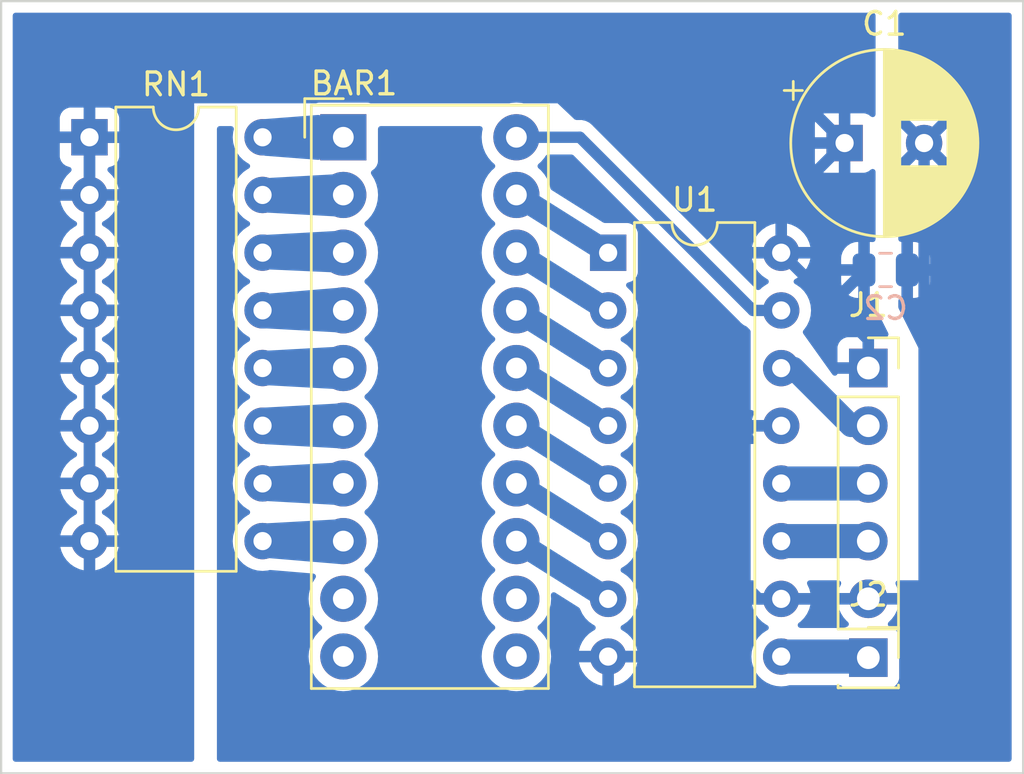
<source format=kicad_pcb>
(kicad_pcb (version 20211014) (generator pcbnew)
  (layers (0 "F.Cu" signal) (31 "B.Cu" signal) (34 "B.Paste" user) (35 "F.Paste" user) (36 "B.SilkS" user "B.Silkscreen") (37 "F.SilkS" user "F.Silkscreen") (38 "B.Mask" user) (39 "F.Mask" user) (44 "Edge.Cuts" user))
  (net 0 "")
  (net 1 "Net-(BAR1-Pad1)")
  (net 2 "Net-(BAR1-Pad2)")
  (net 3 "Net-(BAR1-Pad3)")
  (net 4 "Net-(BAR1-Pad4)")
  (net 5 "Net-(BAR1-Pad5)")
  (net 6 "Net-(BAR1-Pad6)")
  (net 7 "Net-(BAR1-Pad7)")
  (net 8 "Net-(BAR1-Pad8)")
  (net 13 "GND")
  (net 14 "VCC")
  (net 15 "Net-(J1-Pad2)")
  (net 16 "Net-(J1-Pad3)")
  (net 17 "Net-(J1-Pad4)")
  (net 18 "Net-(BAR1-Pad13)")
  (net 19 "Net-(BAR1-Pad14)")
  (net 20 "Net-(BAR1-Pad15)")
  (net 21 "Net-(BAR1-Pad16)")
  (net 22 "Net-(BAR1-Pad17)")
  (net 23 "Net-(BAR1-Pad18)")
  (net 24 "Net-(BAR1-Pad19)")
  (net 25 "Net-(BAR1-Pad20)")
  (net 26 "Net-(J2-Pad1)")
  (footprint "Connector_PinSocket_2.54mm:PinSocket_1x05_P2.54mm_Vertical" (layer "F.Cu") (at 170.1802 89.1542)
    (fp_text reference "J1" (at 0 -2.77) (layer "F.SilkS"))
    (fp_text value "Conn_01x05")
    (fp_line (start 1.33 -1.33) (end 1.33 0) (layer "F.SilkS") (width 0.12))
    (fp_line (start -1.33 1.27) (end 1.33 1.27) (layer "F.SilkS") (width 0.12))
    (fp_line (start -1.33 1.27) (end -1.33 11.49) (layer "F.SilkS") (width 0.12))
    (fp_line (start 1.33 1.27) (end 1.33 11.49) (layer "F.SilkS") (width 0.12))
    (fp_line (start 0 -1.33) (end 1.33 -1.33) (layer "F.SilkS") (width 0.12))
    (fp_line (start -1.33 11.49) (end 1.33 11.49) (layer "F.SilkS") (width 0.12))
    (pad "1" thru_hole rect (at 0 0) (size 1.7 1.7) (drill 1) (layers *.Cu *.Mask) (net 14 "VCC"))
    (pad "2" thru_hole oval (at 0 2.54) (size 1.7 1.7) (drill 1) (layers *.Cu *.Mask) (net 15 "Net-(J1-Pad2)"))
    (pad "3" thru_hole oval (at 0 5.08) (size 1.7 1.7) (drill 1) (layers *.Cu *.Mask) (net 16 "Net-(J1-Pad3)"))
    (pad "4" thru_hole oval (at 0 7.62) (size 1.7 1.7) (drill 1) (layers *.Cu *.Mask) (net 17 "Net-(J1-Pad4)"))
    (pad "5" thru_hole oval (at 0 10.16) (size 1.7 1.7) (drill 1) (layers *.Cu *.Mask) (net 13 "GND"))
  )
  (footprint "Display:HDSP-4830" (layer "F.Cu") (at 147.066 78.994)
    (fp_text reference "BAR1" (at 0.47 -2.37) (layer "F.SilkS"))
    (fp_text value "HDSP-4830_2")
    (fp_line (start -1.41 24.27) (end -1.41 -1.41) (layer "F.SilkS") (width 0.12))
    (fp_line (start 9.03 -1.41) (end 9.03 24.27) (layer "F.SilkS") (width 0.12))
    (fp_line (start -1.7 -1.7) (end -1.7 0) (layer "F.SilkS") (width 0.12))
    (fp_line (start 0 -1.7) (end -1.7 -1.7) (layer "F.SilkS") (width 0.12))
    (fp_line (start -1.41 -1.41) (end 9.03 -1.41) (layer "F.SilkS") (width 0.12))
    (fp_line (start 9.03 24.27) (end -1.41 24.27) (layer "F.SilkS") (width 0.12))
    (pad "1" thru_hole rect (at 0 0 270) (size 2.032 2.032) (drill 0.9144) (layers *.Cu *.Mask) (net 1 "Net-(BAR1-Pad1)"))
    (pad "2" thru_hole circle (at 0 2.54 270) (size 2.032 2.032) (drill 0.9144) (layers *.Cu *.Mask) (net 2 "Net-(BAR1-Pad2)"))
    (pad "3" thru_hole circle (at 0 5.08 270) (size 2.032 2.032) (drill 0.9144) (layers *.Cu *.Mask) (net 3 "Net-(BAR1-Pad3)"))
    (pad "4" thru_hole circle (at 0 7.62 270) (size 2.032 2.032) (drill 0.9144) (layers *.Cu *.Mask) (net 4 "Net-(BAR1-Pad4)"))
    (pad "5" thru_hole circle (at 0 10.16 270) (size 2.032 2.032) (drill 0.9144) (layers *.Cu *.Mask) (net 5 "Net-(BAR1-Pad5)"))
    (pad "6" thru_hole circle (at 0 12.7 270) (size 2.032 2.032) (drill 0.9144) (layers *.Cu *.Mask) (net 6 "Net-(BAR1-Pad6)"))
    (pad "7" thru_hole circle (at 0 15.24 270) (size 2.032 2.032) (drill 0.9144) (layers *.Cu *.Mask) (net 7 "Net-(BAR1-Pad7)"))
    (pad "8" thru_hole circle (at 0 17.78 270) (size 2.032 2.032) (drill 0.9144) (layers *.Cu *.Mask) (net 8 "Net-(BAR1-Pad8)"))
    (pad "9" thru_hole circle (at 0 20.32 270) (size 2.032 2.032) (drill 0.9144) (layers *.Cu *.Mask))
    (pad "10" thru_hole circle (at 0 22.86 270) (size 2.032 2.032) (drill 0.9144) (layers *.Cu *.Mask))
    (pad "11" thru_hole circle (at 7.62 22.86 270) (size 2.032 2.032) (drill 0.9144) (layers *.Cu *.Mask))
    (pad "12" thru_hole circle (at 7.62 20.32 270) (size 2.032 2.032) (drill 0.9144) (layers *.Cu *.Mask))
    (pad "13" thru_hole circle (at 7.62 17.78 270) (size 2.032 2.032) (drill 0.9144) (layers *.Cu *.Mask) (net 18 "Net-(BAR1-Pad13)"))
    (pad "14" thru_hole circle (at 7.62 15.24 270) (size 2.032 2.032) (drill 0.9144) (layers *.Cu *.Mask) (net 19 "Net-(BAR1-Pad14)"))
    (pad "15" thru_hole circle (at 7.62 12.7 270) (size 2.032 2.032) (drill 0.9144) (layers *.Cu *.Mask) (net 20 "Net-(BAR1-Pad15)"))
    (pad "16" thru_hole circle (at 7.62 10.16 270) (size 2.032 2.032) (drill 0.9144) (layers *.Cu *.Mask) (net 21 "Net-(BAR1-Pad16)"))
    (pad "17" thru_hole circle (at 7.62 7.62 270) (size 2.032 2.032) (drill 0.9144) (layers *.Cu *.Mask) (net 22 "Net-(BAR1-Pad17)"))
    (pad "18" thru_hole circle (at 7.62 5.08 270) (size 2.032 2.032) (drill 0.9144) (layers *.Cu *.Mask) (net 23 "Net-(BAR1-Pad18)"))
    (pad "19" thru_hole circle (at 7.62 2.54 270) (size 2.032 2.032) (drill 0.9144) (layers *.Cu *.Mask) (net 24 "Net-(BAR1-Pad19)"))
    (pad "20" thru_hole circle (at 7.62 0 270) (size 2.032 2.032) (drill 0.9144) (layers *.Cu *.Mask) (net 25 "Net-(BAR1-Pad20)"))
  )
  (footprint "Package_DIP:DIP-16_W7.62mm" (layer "F.Cu") (at 135.89 78.994)
    (fp_text reference "RN1" (at 3.81 -2.33) (layer "F.SilkS"))
    (fp_text value "4k7")
    (fp_line (start 6.46 19.11) (end 6.46 -1.33) (layer "F.SilkS") (width 0.12))
    (fp_line (start 1.16 -1.33) (end 1.16 19.11) (layer "F.SilkS") (width 0.12))
    (fp_line (start 2.81 -1.33) (end 1.16 -1.33) (layer "F.SilkS") (width 0.12))
    (fp_line (start 1.16 19.11) (end 6.46 19.11) (layer "F.SilkS") (width 0.12))
    (fp_line (start 6.46 -1.33) (end 4.81 -1.33) (layer "F.SilkS") (width 0.12))
    (fp_arc (start 4.81 -1.33) (mid 3.81 -0.33) (end 2.81 -1.33) (layer "F.SilkS") (width 0.12))
    (pad "1" thru_hole rect (at 0 0) (size 1.6 1.6) (drill 0.8) (layers *.Cu *.Mask) (net 14 "VCC"))
    (pad "2" thru_hole oval (at 0 2.54) (size 1.6 1.6) (drill 0.8) (layers *.Cu *.Mask) (net 14 "VCC"))
    (pad "3" thru_hole oval (at 0 5.08) (size 1.6 1.6) (drill 0.8) (layers *.Cu *.Mask) (net 14 "VCC"))
    (pad "4" thru_hole oval (at 0 7.62) (size 1.6 1.6) (drill 0.8) (layers *.Cu *.Mask) (net 14 "VCC"))
    (pad "5" thru_hole oval (at 0 10.16) (size 1.6 1.6) (drill 0.8) (layers *.Cu *.Mask) (net 14 "VCC"))
    (pad "6" thru_hole oval (at 0 12.7) (size 1.6 1.6) (drill 0.8) (layers *.Cu *.Mask) (net 14 "VCC"))
    (pad "7" thru_hole oval (at 0 15.24) (size 1.6 1.6) (drill 0.8) (layers *.Cu *.Mask) (net 14 "VCC"))
    (pad "8" thru_hole oval (at 0 17.78) (size 1.6 1.6) (drill 0.8) (layers *.Cu *.Mask) (net 14 "VCC"))
    (pad "9" thru_hole oval (at 7.62 17.78) (size 1.6 1.6) (drill 0.8) (layers *.Cu *.Mask) (net 8 "Net-(BAR1-Pad8)"))
    (pad "10" thru_hole oval (at 7.62 15.24) (size 1.6 1.6) (drill 0.8) (layers *.Cu *.Mask) (net 7 "Net-(BAR1-Pad7)"))
    (pad "11" thru_hole oval (at 7.62 12.7) (size 1.6 1.6) (drill 0.8) (layers *.Cu *.Mask) (net 6 "Net-(BAR1-Pad6)"))
    (pad "12" thru_hole oval (at 7.62 10.16) (size 1.6 1.6) (drill 0.8) (layers *.Cu *.Mask) (net 5 "Net-(BAR1-Pad5)"))
    (pad "13" thru_hole oval (at 7.62 7.62) (size 1.6 1.6) (drill 0.8) (layers *.Cu *.Mask) (net 4 "Net-(BAR1-Pad4)"))
    (pad "14" thru_hole oval (at 7.62 5.08) (size 1.6 1.6) (drill 0.8) (layers *.Cu *.Mask) (net 3 "Net-(BAR1-Pad3)"))
    (pad "15" thru_hole oval (at 7.62 2.54) (size 1.6 1.6) (drill 0.8) (layers *.Cu *.Mask) (net 2 "Net-(BAR1-Pad2)"))
    (pad "16" thru_hole oval (at 7.62 0) (size 1.6 1.6) (drill 0.8) (layers *.Cu *.Mask) (net 1 "Net-(BAR1-Pad1)"))
  )
  (footprint "Connector_PinSocket_2.54mm:PinSocket_1x01_P2.54mm_Vertical" (layer "F.Cu") (at 170.1802 101.905)
    (fp_text reference "J2" (at 0 -2.77) (layer "F.SilkS"))
    (fp_text value "Conn_01x01")
    (fp_line (start -1.33 1.21) (end -1.33 1.33) (layer "F.SilkS") (width 0.12))
    (fp_line (start 1.33 1.21) (end 1.33 1.33) (layer "F.SilkS") (width 0.12))
    (fp_line (start -1.33 1.33) (end 1.33 1.33) (layer "F.SilkS") (width 0.12))
    (fp_line (start 0 -1.33) (end 1.33 -1.33) (layer "F.SilkS") (width 0.12))
    (fp_line (start 1.33 -1.33) (end 1.33 0) (layer "F.SilkS") (width 0.12))
    (pad "1" thru_hole rect (at 0 0) (size 1.7 1.7) (drill 1) (layers *.Cu *.Mask) (net 26 "Net-(J2-Pad1)"))
  )
  (footprint "Capacitor_THT:CP_Radial_D8.0mm_P3.50mm" (layer "F.Cu") (at 169.136098 79.2482)
    (fp_text reference "C1" (at 1.75 -5.25) (layer "F.SilkS"))
    (fp_text value "47u")
    (fp_line (start 3.711 -3.584) (end 3.711 -1.04) (layer "F.SilkS") (width 0.12))
    (fp_line (start 2.991 1.04) (end 2.991 3.889) (layer "F.SilkS") (width 0.12))
    (fp_line (start 3.471 1.04) (end 3.471 3.704) (layer "F.SilkS") (width 0.12))
    (fp_line (start 3.351 -3.757) (end 3.351 -1.04) (layer "F.SilkS") (width 0.12))
    (fp_line (start 2.15 -4.061) (end 2.15 4.061) (layer "F.SilkS") (width 0.12))
    (fp_line (start 5.151 -2.287) (end 5.151 2.287) (layer "F.SilkS") (width 0.12))
    (fp_line (start 5.791 -0.768) (end 5.791 0.768) (layer "F.SilkS") (width 0.12))
    (fp_line (start 3.671 -3.606) (end 3.671 -1.04) (layer "F.SilkS") (width 0.12))
    (fp_line (start 4.431 -3.09) (end 4.431 -1.04) (layer "F.SilkS") (width 0.12))
    (fp_line (start 2.07 -4.068) (end 2.07 4.068) (layer "F.SilkS") (width 0.12))
    (fp_line (start 1.99 -4.074) (end 1.99 4.074) (layer "F.SilkS") (width 0.12))
    (fp_line (start 2.831 -3.936) (end 2.831 -1.04) (layer "F.SilkS") (width 0.12))
    (fp_line (start 2.631 1.04) (end 2.631 3.985) (layer "F.SilkS") (width 0.12))
    (fp_line (start 2.03 -4.071) (end 2.03 4.071) (layer "F.SilkS") (width 0.12))
    (fp_line (start 1.79 -4.08) (end 1.79 4.08) (layer "F.SilkS") (width 0.12))
    (fp_line (start 3.351 1.04) (end 3.351 3.757) (layer "F.SilkS") (width 0.12))
    (fp_line (start 1.75 -4.08) (end 1.75 4.08) (layer "F.SilkS") (width 0.12))
    (fp_line (start 3.791 -3.54) (end 3.791 -1.04) (layer "F.SilkS") (width 0.12))
    (fp_line (start 2.831 1.04) (end 2.831 3.936) (layer "F.SilkS") (width 0.12))
    (fp_line (start 2.751 1.04) (end 2.751 3.957) (layer "F.SilkS") (width 0.12))
    (fp_line (start 5.511 -1.645) (end 5.511 1.645) (layer "F.SilkS") (width 0.12))
    (fp_line (start 4.831 -2.697) (end 4.831 2.697) (layer "F.SilkS") (width 0.12))
    (fp_line (start 3.751 -3.562) (end 3.751 -1.04) (layer "F.SilkS") (width 0.12))
    (fp_line (start 3.311 -3.774) (end 3.311 -1.04) (layer "F.SilkS") (width 0.12))
    (fp_line (start 2.511 -4.01) (end 2.511 -1.04) (layer "F.SilkS") (width 0.12))
    (fp_line (start 4.031 -3.392) (end 4.031 -1.04) (layer "F.SilkS") (width 0.12))
    (fp_line (start 4.671 -2.867) (end 4.671 2.867) (layer "F.SilkS") (width 0.12))
    (fp_line (start 4.231 -3.25) (end 4.231 -1.04) (layer "F.SilkS") (width 0.12))
    (fp_line (start 3.551 -3.666) (end 3.551 -1.04) (layer "F.SilkS") (width 0.12))
    (fp_line (start 4.471 1.04) (end 4.471 3.055) (layer "F.SilkS") (width 0.12))
    (fp_line (start 2.23 -4.052) (end 2.23 4.052) (layer "F.SilkS") (width 0.12))
    (fp_line (start 2.43 -4.024) (end 2.43 4.024) (layer "F.SilkS") (width 0.12))
    (fp_line (start 4.991 -2.505) (end 4.991 2.505) (layer "F.SilkS") (width 0.12))
    (fp_line (start 5.831 -0.533) (end 5.831 0.533) (layer "F.SilkS") (width 0.12))
    (fp_line (start 2.35 -4.037) (end 2.35 4.037) (layer "F.SilkS") (width 0.12))
    (fp_line (start 1.95 -4.076) (end 1.95 4.076) (layer "F.SilkS") (width 0.12))
    (fp_line (start 4.311 1.04) (end 4.311 3.189) (layer "F.SilkS") (width 0.12))
    (fp_line (start 3.431 -3.722) (end 3.431 -1.04) (layer "F.SilkS") (width 0.12))
    (fp_line (start 3.151 1.04) (end 3.151 3.835) (layer "F.SilkS") (width 0.12))
    (fp_line (start 3.471 -3.704) (end 3.471 -1.04) (layer "F.SilkS") (width 0.12))
    (fp_line (start 4.511 -3.019) (end 4.511 -1.04) (layer "F.SilkS") (width 0.12))
    (fp_line (start 3.831 1.04) (end 3.831 3.517) (layer "F.SilkS") (width 0.12))
    (fp_line (start 3.711 1.04) (end 3.711 3.584) (layer "F.SilkS") (width 0.12))
    (fp_line (start 5.071 -2.4) (end 5.071 2.4) (layer "F.SilkS") (width 0.12))
    (fp_line (start 5.311 -2.034) (end 5.311 2.034) (layer "F.SilkS") (width 0.12))
    (fp_line (start 2.951 1.04) (end 2.951 3.902) (layer "F.SilkS") (width 0.12))
    (fp_line (start 2.511 1.04) (end 2.511 4.01) (layer "F.SilkS") (width 0.12))
    (fp_line (start 2.671 -3.976) (end 2.671 -1.04) (layer "F.SilkS") (width 0.12))
    (fp_line (start 3.911 1.04) (end 3.911 3.469) (layer "F.SilkS") (width 0.12))
    (fp_line (start 5.031 -2.454) (end 5.031 2.454) (layer "F.SilkS") (width 0.12))
    (fp_line (start 4.791 -2.741) (end 4.791 2.741) (layer "F.SilkS") (width 0.12))
    (fp_line (start 5.751 -0.948) (end 5.751 0.948) (layer "F.SilkS") (width 0.12))
    (fp_line (start 4.431 1.04) (end 4.431 3.09) (layer "F.SilkS") (width 0.12))
    (fp_line (start 3.071 1.04) (end 3.071 3.863) (layer "F.SilkS") (width 0.12))
    (fp_line (start 4.151 -3.309) (end 4.151 -1.04) (layer "F.SilkS") (width 0.12))
    (fp_line (start 2.791 1.04) (end 2.791 3.947) (layer "F.SilkS") (width 0.12))
    (fp_line (start 4.271 1.04) (end 4.271 3.22) (layer "F.SilkS") (width 0.12))
    (fp_line (start 4.511 1.04) (end 4.511 3.019) (layer "F.SilkS") (width 0.12))
    (fp_line (start 4.191 1.04) (end 4.191 3.28) (layer "F.SilkS") (width 0.12))
    (fp_line (start 2.39 -4.03) (end 2.39 4.03) (layer "F.SilkS") (width 0.12))
    (fp_line (start 3.111 1.04) (end 3.111 3.85) (layer "F.SilkS") (width 0.12))
    (fp_line (start 2.751 -3.957) (end 2.751 -1.04) (layer "F.SilkS") (width 0.12))
    (fp_line (start 5.391 -1.89) (end 5.391 1.89) (layer "F.SilkS") (width 0.12))
    (fp_line (start 2.631 -3.985) (end 2.631 -1.04) (layer "F.SilkS") (width 0.12))
    (fp_line (start 4.471 -3.055) (end 4.471 -1.04) (layer "F.SilkS") (width 0.12))
    (fp_line (start 3.631 -3.627) (end 3.631 -1.04) (layer "F.SilkS") (width 0.12))
    (fp_line (start 3.791 1.04) (end 3.791 3.54) (layer "F.SilkS") (width 0.12))
    (fp_line (start 4.391 1.04) (end 4.391 3.124) (layer "F.SilkS") (width 0.12))
    (fp_line (start 1.83 -4.08) (end 1.83 4.08) (layer "F.SilkS") (width 0.12))
    (fp_line (start 4.071 1.04) (end 4.071 3.365) (layer "F.SilkS") (width 0.12))
    (fp_line (start 4.391 -3.124) (end 4.391 -1.04) (layer "F.SilkS") (width 0.12))
    (fp_line (start 3.511 1.04) (end 3.511 3.686) (layer "F.SilkS") (width 0.12))
    (fp_line (start 3.751 1.04) (end 3.751 3.562) (layer "F.SilkS") (width 0.12))
    (fp_line (start 3.871 1.04) (end 3.871 3.493) (layer "F.SilkS") (width 0.12))
    (fp_line (start 5.591 -1.453) (end 5.591 1.453) (layer "F.SilkS") (width 0.12))
    (fp_line (start 3.391 -3.74) (end 3.391 -1.04) (layer "F.SilkS") (width 0.12))
    (fp_line (start 4.111 1.04) (end 4.111 3.338) (layer "F.SilkS") (width 0.12))
    (fp_line (start 4.751 -2.784) (end 4.751 2.784) (layer "F.SilkS") (width 0.12))
    (fp_line (start 3.951 -3.444) (end 3.951 -1.04) (layer "F.SilkS") (width 0.12))
    (fp_line (start 5.671 -1.229) (end 5.671 1.229) (layer "F.SilkS") (width 0.12))
    (fp_line (start -2.659698 -2.315) (end -1.859698 -2.315) (layer "F.SilkS") (width 0.12))
    (fp_line (start 4.071 -3.365) (end 4.071 -1.04) (layer "F.SilkS") (width 0.12))
    (fp_line (start 3.671 1.04) (end 3.671 3.606) (layer "F.SilkS") (width 0.12))
    (fp_line (start 4.271 -3.22) (end 4.271 -1.04) (layer "F.SilkS") (width 0.12))
    (fp_line (start 2.951 -3.902) (end 2.951 -1.04) (layer "F.SilkS") (width 0.12))
    (fp_line (start 3.631 1.04) (end 3.631 3.627) (layer "F.SilkS") (width 0.12))
    (fp_line (start 2.711 -3.967) (end 2.711 -1.04) (layer "F.SilkS") (width 0.12))
    (fp_line (start 5.471 -1.731) (end 5.471 1.731) (layer "F.SilkS") (width 0.12))
    (fp_line (start 4.311 -3.189) (end 4.311 -1.04) (layer "F.SilkS") (width 0.12))
    (fp_line (start 3.591 1.04) (end 3.591 3.647) (layer "F.SilkS") (width 0.12))
    (fp_line (start 1.87 -4.079) (end 1.87 4.079) (layer "F.SilkS") (width 0.12))
    (fp_line (start 3.191 -3.821) (end 3.191 -1.04) (layer "F.SilkS") (width 0.12))
    (fp_line (start 2.671 1.04) (end 2.671 3.976) (layer "F.SilkS") (width 0.12))
    (fp_line (start 4.151 1.04) (end 4.151 3.309) (layer "F.SilkS") (width 0.12))
    (fp_line (start 4.191 -3.28) (end 4.191 -1.04) (layer "F.SilkS") (width 0.12))
    (fp_line (start 2.471 -4.017) (end 2.471 -1.04) (layer "F.SilkS") (width 0.12))
    (fp_line (start 5.431 -1.813) (end 5.431 1.813) (layer "F.SilkS") (width 0.12))
    (fp_line (start 4.951 -2.556) (end 4.951 2.556) (layer "F.SilkS") (width 0.12))
    (fp_line (start 5.191 -2.228) (end 5.191 2.228) (layer "F.SilkS") (width 0.12))
    (fp_line (start 2.551 -4.002) (end 2.551 -1.04) (layer "F.SilkS") (width 0.12))
    (fp_line (start 4.711 -2.826) (end 4.711 2.826) (layer "F.SilkS") (width 0.12))
    (fp_line (start 3.511 -3.686) (end 3.511 -1.04) (layer "F.SilkS") (width 0.12))
    (fp_line (start 3.391 1.04) (end 3.391 3.74) (layer "F.SilkS") (width 0.12))
    (fp_line (start 4.631 -2.907) (end 4.631 2.907) (layer "F.SilkS") (width 0.12))
    (fp_line (start 2.551 1.04) (end 2.551 4.002) (layer "F.SilkS") (width 0.12))
    (fp_line (start 3.431 1.04) (end 3.431 3.722) (layer "F.SilkS") (width 0.12))
    (fp_line (start 4.351 1.04) (end 4.351 3.156) (layer "F.SilkS") (width 0.12))
    (fp_line (start 2.871 1.04) (end 2.871 3.925) (layer "F.SilkS") (width 0.12))
    (fp_line (start 3.031 -3.877) (end 3.031 -1.04) (layer "F.SilkS") (width 0.12))
    (fp_line (start 3.071 -3.863) (end 3.071 -1.04) (layer "F.SilkS") (width 0.12))
    (fp_line (start 5.231 -2.166) (end 5.231 2.166) (layer "F.SilkS") (width 0.12))
    (fp_line (start 2.911 -3.914) (end 2.911 -1.04) (layer "F.SilkS") (width 0.12))
    (fp_line (start 2.871 -3.925) (end 2.871 -1.04) (layer "F.SilkS") (width 0.12))
    (fp_line (start 4.111 -3.338) (end 4.111 -1.04) (layer "F.SilkS") (width 0.12))
    (fp_line (start 3.231 1.04) (end 3.231 3.805) (layer "F.SilkS") (width 0.12))
    (fp_line (start 3.871 -3.493) (end 3.871 -1.04) (layer "F.SilkS") (width 0.12))
    (fp_line (start 3.311 1.04) (end 3.311 3.774) (layer "F.SilkS") (width 0.12))
    (fp_line (start 3.911 -3.469) (end 3.911 -1.04) (layer "F.SilkS") (width 0.12))
    (fp_line (start 2.791 -3.947) (end 2.791 -1.04) (layer "F.SilkS") (width 0.12))
    (fp_line (start 2.19 -4.057) (end 2.19 4.057) (layer "F.SilkS") (width 0.12))
    (fp_line (start 3.591 -3.647) (end 3.591 -1.04) (layer "F.SilkS") (width 0.12))
    (fp_line (start 3.031 1.04) (end 3.031 3.877) (layer "F.SilkS") (width 0.12))
    (fp_line (start 3.111 -3.85) (end 3.111 -1.04) (layer "F.SilkS") (width 0.12))
    (fp_line (start 3.831 -3.517) (end 3.831 -1.04) (layer "F.SilkS") (width 0.12))
    (fp_line (start 4.911 -2.604) (end 4.911 2.604) (layer "F.SilkS") (width 0.12))
    (fp_line (start 2.27 -4.048) (end 2.27 4.048) (layer "F.SilkS") (width 0.12))
    (fp_line (start 5.271 -2.102) (end 5.271 2.102) (layer "F.SilkS") (width 0.12))
    (fp_line (start 2.11 -4.065) (end 2.11 4.065) (layer "F.SilkS") (width 0.12))
    (fp_line (start 3.271 -3.79) (end 3.271 -1.04) (layer "F.SilkS") (width 0.12))
    (fp_line (start 3.991 1.04) (end 3.991 3.418) (layer "F.SilkS") (width 0.12))
    (fp_line (start 2.591 1.04) (end 2.591 3.994) (layer "F.SilkS") (width 0.12))
    (fp_line (start 3.231 -3.805) (end 3.231 -1.04) (layer "F.SilkS") (width 0.12))
    (fp_line (start 5.551 -1.552) (end 5.551 1.552) (layer "F.SilkS") (width 0.12))
    (fp_line (start 5.711 -1.098) (end 5.711 1.098) (layer "F.SilkS") (width 0.12))
    (fp_line (start 2.991 -3.889) (end 2.991 -1.04) (layer "F.SilkS") (width 0.12))
    (fp_line (start 2.591 -3.994) (end 2.591 -1.04) (layer "F.SilkS") (width 0.12))
    (fp_line (start 3.271 1.04) (end 3.271 3.79) (layer "F.SilkS") (width 0.12))
    (fp_line (start 2.911 1.04) (end 2.911 3.914) (layer "F.SilkS") (width 0.12))
    (fp_line (start 5.111 -2.345) (end 5.111 2.345) (layer "F.SilkS") (width 0.12))
    (fp_line (start 4.551 -2.983) (end 4.551 2.983) (layer "F.SilkS") (width 0.12))
    (fp_line (start 3.991 -3.418) (end 3.991 -1.04) (layer "F.SilkS") (width 0.12))
    (fp_line (start 3.151 -3.835) (end 3.151 -1.04) (layer "F.SilkS") (width 0.12))
    (fp_line (start 3.191 1.04) (end 3.191 3.821) (layer "F.SilkS") (width 0.12))
    (fp_line (start 5.631 -1.346) (end 5.631 1.346) (layer "F.SilkS") (width 0.12))
    (fp_line (start 2.471 1.04) (end 2.471 4.017) (layer "F.SilkS") (width 0.12))
    (fp_line (start 3.551 1.04) (end 3.551 3.666) (layer "F.SilkS") (width 0.12))
    (fp_line (start -2.259698 -2.715) (end -2.259698 -1.915) (layer "F.SilkS") (width 0.12))
    (fp_line (start 2.31 -4.042) (end 2.31 4.042) (layer "F.SilkS") (width 0.12))
    (fp_line (start 3.951 1.04) (end 3.951 3.444) (layer "F.SilkS") (width 0.12))
    (fp_line (start 4.591 -2.945) (end 4.591 2.945) (layer "F.SilkS") (width 0.12))
    (fp_line (start 4.351 -3.156) (end 4.351 -1.04) (layer "F.SilkS") (width 0.12))
    (fp_line (start 1.91 -4.077) (end 1.91 4.077) (layer "F.SilkS") (width 0.12))
    (fp_line (start 4.231 1.04) (end 4.231 3.25) (layer "F.SilkS") (width 0.12))
    (fp_line (start 4.871 -2.651) (end 4.871 2.651) (layer "F.SilkS") (width 0.12))
    (fp_line (start 5.351 -1.964) (end 5.351 1.964) (layer "F.SilkS") (width 0.12))
    (fp_line (start 4.031 1.04) (end 4.031 3.392) (layer "F.SilkS") (width 0.12))
    (fp_line (start 2.711 1.04) (end 2.711 3.967) (layer "F.SilkS") (width 0.12))
    (fp_circle (center 1.75 0) (end 5.87 0) (layer "F.SilkS") (width 0.12) (fill none))
    (pad "1" thru_hole rect (at 0 0) (size 1.6 1.6) (drill 0.8) (layers *.Cu *.Mask) (net 14 "VCC"))
    (pad "2" thru_hole circle (at 3.5 0) (size 1.6 1.6) (drill 0.8) (layers *.Cu *.Mask) (net 13 "GND"))
  )
  (footprint "Package_DIP:DIP-16_W7.62mm" (layer "F.Cu") (at 158.7252 84.0782)
    (fp_text reference "U1" (at 3.81 -2.33) (layer "F.SilkS"))
    (fp_text value "74AHC595")
    (fp_line (start 6.46 19.11) (end 6.46 -1.33) (layer "F.SilkS") (width 0.12))
    (fp_line (start 2.81 -1.33) (end 1.16 -1.33) (layer "F.SilkS") (width 0.12))
    (fp_line (start 6.46 -1.33) (end 4.81 -1.33) (layer "F.SilkS") (width 0.12))
    (fp_line (start 1.16 -1.33) (end 1.16 19.11) (layer "F.SilkS") (width 0.12))
    (fp_line (start 1.16 19.11) (end 6.46 19.11) (layer "F.SilkS") (width 0.12))
    (fp_arc (start 4.81 -1.33) (mid 3.81 -0.33) (end 2.81 -1.33) (layer "F.SilkS") (width 0.12))
    (pad "1" thru_hole rect (at 0 0) (size 1.6 1.6) (drill 0.8) (layers *.Cu *.Mask) (net 24 "Net-(BAR1-Pad19)"))
    (pad "2" thru_hole oval (at 0 2.54) (size 1.6 1.6) (drill 0.8) (layers *.Cu *.Mask) (net 23 "Net-(BAR1-Pad18)"))
    (pad "3" thru_hole oval (at 0 5.08) (size 1.6 1.6) (drill 0.8) (layers *.Cu *.Mask) (net 22 "Net-(BAR1-Pad17)"))
    (pad "4" thru_hole oval (at 0 7.62) (size 1.6 1.6) (drill 0.8) (layers *.Cu *.Mask) (net 21 "Net-(BAR1-Pad16)"))
    (pad "5" thru_hole oval (at 0 10.16) (size 1.6 1.6) (drill 0.8) (layers *.Cu *.Mask) (net 20 "Net-(BAR1-Pad15)"))
    (pad "6" thru_hole oval (at 0 12.7) (size 1.6 1.6) (drill 0.8) (layers *.Cu *.Mask) (net 19 "Net-(BAR1-Pad14)"))
    (pad "7" thru_hole oval (at 0 15.24) (size 1.6 1.6) (drill 0.8) (layers *.Cu *.Mask) (net 18 "Net-(BAR1-Pad13)"))
    (pad "8" thru_hole oval (at 0 17.78) (size 1.6 1.6) (drill 0.8) (layers *.Cu *.Mask) (net 13 "GND"))
    (pad "9" thru_hole oval (at 7.62 17.78) (size 1.6 1.6) (drill 0.8) (layers *.Cu *.Mask) (net 26 "Net-(J2-Pad1)"))
    (pad "10" thru_hole oval (at 7.62 15.24) (size 1.6 1.6) (drill 0.8) (layers *.Cu *.Mask) (net 13 "GND"))
    (pad "11" thru_hole oval (at 7.62 12.7) (size 1.6 1.6) (drill 0.8) (layers *.Cu *.Mask) (net 17 "Net-(J1-Pad4)"))
    (pad "12" thru_hole oval (at 7.62 10.16) (size 1.6 1.6) (drill 0.8) (layers *.Cu *.Mask) (net 16 "Net-(J1-Pad3)"))
    (pad "13" thru_hole oval (at 7.62 7.62) (size 1.6 1.6) (drill 0.8) (layers *.Cu *.Mask) (net 13 "GND"))
    (pad "14" thru_hole oval (at 7.62 5.08) (size 1.6 1.6) (drill 0.8) (layers *.Cu *.Mask) (net 15 "Net-(J1-Pad2)"))
    (pad "15" thru_hole oval (at 7.62 2.54) (size 1.6 1.6) (drill 0.8) (layers *.Cu *.Mask) (net 25 "Net-(BAR1-Pad20)"))
    (pad "16" thru_hole oval (at 7.62 0) (size 1.6 1.6) (drill 0.8) (layers *.Cu *.Mask) (net 14 "VCC"))
  )
  (footprint "Capacitor_SMD:C_0805_2012Metric" (layer "B.Cu") (at 170.9422 84.8362)
    (fp_text reference "C2" (at 0 1.68) (layer "B.SilkS") (effects (justify mirror)))
    (fp_text value "1nF")
    (fp_line (start -0.261252 0.735) (end 0.261252 0.735) (layer "B.SilkS") (width 0.12))
    (fp_line (start -0.261252 -0.735) (end 0.261252 -0.735) (layer "B.SilkS") (width 0.12))
    (pad "1" smd roundrect (at -0.95 0) (size 1 1.45) (layers "B.Cu" "B.Paste" "B.Mask") (net 14 "VCC"))
    (pad "2" smd roundrect (at 0.95 0) (size 1 1.45) (layers "B.Cu" "B.Paste" "B.Mask") (net 13 "GND"))
  )
  (gr_line (start 177.0002 73.0002) (end 177.0002 107.0002) (layer "Edge.Cuts") (width 0.1))
  (gr_line (start 132.0002 107.0002) (end 132.0002 73.0002) (layer "Edge.Cuts") (width 0.1))
  (gr_line (start 177.0002 107.0002) (end 132.0002 107.0002) (layer "Edge.Cuts") (width 0.1))
  (gr_line (start 132.0002 73.0002) (end 177.0002 73.0002) (layer "Edge.Cuts") (width 0.1))
  (segment (start 147.066 78.994) (end 143.51 78.994) (width 0.5) (layer "B.Cu") (net 1))
  (segment (start 143.51 81.534) (end 147.066 81.534) (width 0.5) (layer "B.Cu") (net 2))
  (segment (start 147.066 84.074) (end 143.51 84.074) (width 0.5) (layer "B.Cu") (net 3))
  (segment (start 143.51 86.614) (end 147.066 86.614) (width 0.5) (layer "B.Cu") (net 4))
  (segment (start 147.066 89.154) (end 143.51 89.154) (width 0.5) (layer "B.Cu") (net 5))
  (segment (start 147.066 91.694) (end 143.51 91.694) (width 0.5) (layer "B.Cu") (net 6))
  (segment (start 143.51 94.234) (end 147.066 94.234) (width 0.5) (layer "B.Cu") (net 7))
  (segment (start 147.066 96.774) (end 143.51 96.774) (width 0.5) (layer "B.Cu") (net 8))
  (segment (start 166.3492 99.3142) (end 166.3452 99.3182) (width 0.5) (layer "B.Cu") (net 13))
  (segment (start 165.3582 99.3182) (end 164.3382 98.2982) (width 0.5) (layer "B.Cu") (net 13))
  (segment (start 165.1042 91.6982) (end 166.3452 91.6982) (width 0.5) (layer "B.Cu") (net 13))
  (segment (start 170.1802 99.3142) (end 166.3492 99.3142) (width 0.5) (layer "B.Cu") (net 13))
  (segment (start 172.5932 84.8362) (end 172.636098 84.879098) (width 0.5) (layer "B.Cu") (net 13))
  (segment (start 172.636098 98.636302) (end 172.636098 84.879098) (width 0.5) (layer "B.Cu") (net 13))
  (segment (start 166.3452 99.3182) (end 165.3582 99.3182) (width 0.5) (layer "B.Cu") (net 13))
  (segment (start 171.9582 99.3142) (end 172.636098 98.636302) (width 0.5) (layer "B.Cu") (net 13))
  (segment (start 164.3382 98.2982) (end 164.3382 92.4562) (width 0.5) (layer "B.Cu") (net 13))
  (segment (start 164.3382 92.4562) (end 165.1002 91.6942) (width 0.5) (layer "B.Cu") (net 13))
  (segment (start 158.7252 101.8582) (end 160.7782 101.8582) (width 0.5) (layer "B.Cu") (net 13))
  (segment (start 160.7782 101.8582) (end 164.3382 98.2982) (width 0.5) (layer "B.Cu") (net 13))
  (segment (start 171.8922 84.8362) (end 172.5932 84.8362) (width 0.5) (layer "B.Cu") (net 13))
  (segment (start 165.1002 91.6942) (end 165.1042 91.6982) (width 0.5) (layer "B.Cu") (net 13))
  (segment (start 172.636098 84.879098) (end 172.636098 79.2482) (width 0.5) (layer "B.Cu") (net 13))
  (segment (start 170.1802 99.3142) (end 171.9582 99.3142) (width 0.5) (layer "B.Cu") (net 13))
  (segment (start 170.1802 89.1542) (end 170.1802 87.9132) (width 0.5) (layer "B.Cu") (net 14))
  (segment (start 135.89 78.994) (end 135.89 81.534) (width 0.5) (layer "B.Cu") (net 14))
  (segment (start 135.89 94.234) (end 135.89 91.694) (width 0.5) (layer "B.Cu") (net 14))
  (segment (start 169.9922 84.8972) (end 169.9922 84.8362) (width 0.5) (layer "B.Cu") (net 14))
  (segment (start 165.072098 75.1842) (end 169.136098 79.2482) (width 0.5) (layer "B.Cu") (net 14))
  (segment (start 170.1802 87.9132) (end 168.5782 86.3112) (width 0.5) (layer "B.Cu") (net 14))
  (segment (start 135.89 78.994) (end 135.89 76.7084) (width 0.5) (layer "B.Cu") (net 14))
  (segment (start 135.89 89.154) (end 135.89 86.614) (width 0.5) (layer "B.Cu") (net 14))
  (segment (start 135.89 96.774) (end 135.89 94.234) (width 0.5) (layer "B.Cu") (net 14))
  (segment (start 166.3452 84.0782) (end 166.3452 82.039098) (width 0.5) (layer "B.Cu") (net 14))
  (segment (start 166.3452 82.039098) (end 169.136098 79.2482) (width 0.5) (layer "B.Cu") (net 14))
  (segment (start 135.89 91.694) (end 135.89 89.154) (width 0.5) (layer "B.Cu") (net 14))
  (segment (start 135.89 84.074) (end 135.89 86.614) (width 0.5) (layer "B.Cu") (net 14))
  (segment (start 135.89 76.7084) (end 137.4142 75.1842) (width 0.5) (layer "B.Cu") (net 14))
  (segment (start 137.4142 75.1842) (end 165.072098 75.1842) (width 0.5) (layer "B.Cu") (net 14))
  (segment (start 168.5782 86.3112) (end 169.9922 84.8972) (width 0.5) (layer "B.Cu") (net 14))
  (segment (start 168.5782 86.3112) (end 166.3452 84.0782) (width 0.5) (layer "B.Cu") (net 14))
  (segment (start 135.89 81.534) (end 135.89 84.074) (width 0.5) (layer "B.Cu") (net 14))
  (segment (start 170.1802 91.6942) (end 169.4182 91.6942) (width 0.5) (layer "B.Cu") (net 15))
  (segment (start 166.8822 89.1582) (end 166.3452 89.1582) (width 0.5) (layer "B.Cu") (net 15))
  (segment (start 169.4182 91.6942) (end 166.8822 89.1582) (width 1) (layer "B.Cu") (net 15))
  (segment (start 166.3452 94.2382) (end 170.1762 94.2382) (width 1.5) (layer "B.Cu") (net 16))
  (segment (start 170.1762 94.2382) (end 170.1802 94.2342) (width 0.4) (layer "B.Cu") (net 16))
  (segment (start 166.3492 96.7742) (end 166.3452 96.7782) (width 0.5) (layer "B.Cu") (net 17))
  (segment (start 170.1802 96.7742) (end 166.3492 96.7742) (width 1.5) (layer "B.Cu") (net 17))
  (segment (start 154.686 96.774) (end 158.7252 99.3182) (width 1) (layer "B.Cu") (net 18))
  (segment (start 158.7252 96.7782) (end 154.686 94.234) (width 1) (layer "B.Cu") (net 19))
  (segment (start 154.686 91.694) (end 158.7252 94.2382) (width 1) (layer "B.Cu") (net 20))
  (segment (start 154.686 89.154) (end 158.7252 91.6982) (width 1) (layer "B.Cu") (net 21))
  (segment (start 158.7252 89.1582) (end 154.686 86.614) (width 1) (layer "B.Cu") (net 22))
  (segment (start 158.7252 86.6182) (end 154.686 84.074) (width 1) (layer "B.Cu") (net 23))
  (segment (start 158.7252 84.0782) (end 154.686 81.534) (width 1) (layer "B.Cu") (net 24))
  (segment (start 165.1042 86.6182) (end 157.48 78.994) (width 0.5) (layer "B.Cu") (net 25))
  (segment (start 157.48 78.994) (end 154.686 78.994) (width 0.5) (layer "B.Cu") (net 25))
  (segment (start 166.3452 86.6182) (end 165.1042 86.6182) (width 0.5) (layer "B.Cu") (net 25))
  (segment (start 170.1334 101.8582) (end 170.1802 101.905) (width 0.5) (layer "B.Cu") (net 26))
  (segment (start 166.3452 101.8582) (end 170.1334 101.8582) (width 1.5) (layer "B.Cu") (net 26))
  (zone (net 5) (net_name "Net-(BAR1-Pad5)") (layer "B.Cu") (priority 1) (connect_pads yes (clearance 0.508)) (min_thickness 0.254) (fill yes (thermal_gap 0.508) (thermal_bridge_width 0.508))
    (polygon (pts (xy 147.1002 90.1002) (xy 143.5002 89.9002) (xy 143.5002 88.4002) (xy 147.1002 88.2002)))
  )
  (zone (net 2) (net_name "Net-(BAR1-Pad2)") (layer "B.Cu") (priority 1) (connect_pads yes (clearance 0.508)) (min_thickness 0.254) (fill yes (thermal_gap 0.508) (thermal_bridge_width 0.508))
    (polygon (pts (xy 147.1002 82.5002) (xy 143.5002 82.3002) (xy 143.5002 80.8002) (xy 147.1002 80.6002)))
  )
  (zone (net 7) (net_name "Net-(BAR1-Pad7)") (layer "B.Cu") (priority 1) (connect_pads yes (clearance 0.508)) (min_thickness 0.254) (fill yes (thermal_gap 0.508) (thermal_bridge_width 0.508))
    (polygon (pts (xy 147.1002 95.2002) (xy 143.5002 95.0002) (xy 143.5002 93.5002) (xy 147.1002 93.3002)))
  )
  (zone (net 6) (net_name "Net-(BAR1-Pad6)") (layer "B.Cu") (priority 1) (connect_pads yes (clearance 0.508)) (min_thickness 0.254) (fill yes (thermal_gap 0.508) (thermal_bridge_width 0.508))
    (polygon (pts (xy 147.1002 92.7002) (xy 143.5002 92.5002) (xy 143.5002 90.9002) (xy 147.1002 90.7002)))
  )
  (zone (net 4) (net_name "Net-(BAR1-Pad4)") (layer "B.Cu") (priority 1) (connect_pads yes (clearance 0.508)) (min_thickness 0.254) (fill yes (thermal_gap 0.508) (thermal_bridge_width 0.508))
    (polygon (pts (xy 147.1002 87.6002) (xy 143.5002 87.4002) (xy 143.5002 85.9002) (xy 147.1002 85.6002)))
  )
  (zone (net 1) (net_name "Net-(BAR1-Pad1)") (layer "B.Cu") (priority 1) (connect_pads yes (clearance 0.508)) (min_thickness 0.254) (fill yes (thermal_gap 0.508) (thermal_bridge_width 0.508))
    (polygon (pts (xy 146.1002 80.0002) (xy 143.5002 79.8002) (xy 143.5002 78.2002) (xy 146.1002 78.0002)))
  )
  (zone (net 13) (net_name "GND") (layer "B.Cu") (connect_pads (clearance 0.508)) (min_thickness 0.254) (fill yes (thermal_gap 0.508) (thermal_bridge_width 0.508))
    (polygon (pts (xy 176.5002 106.5002) (xy 141.5002 106.5002) (xy 141.5002 78.5002) (xy 156.0002 78.5002) (xy 161.0002 83.5002) (xy 165.0002 87.5002) (xy 165.0002 91.0002) (xy 167.0002 91.0002) (xy 167.0002 92.5002) (xy 165.0002 92.5002) (xy 165.0002 98.5002) (xy 172.5002 98.5002) (xy 172.5002 88.5002) (xy 171.5002 86.5002) (xy 171.5002 73.5002) (xy 176.5002 73.5002)))
  )
  (zone (net 8) (net_name "Net-(BAR1-Pad8)") (layer "B.Cu") (priority 1) (connect_pads yes (clearance 0.508)) (min_thickness 0.254) (fill yes (thermal_gap 0.508) (thermal_bridge_width 0.508))
    (polygon (pts (xy 147.1002 97.8002) (xy 143.5002 97.5002) (xy 143.5002 96.0002) (xy 147.1002 95.8002)))
  )
  (zone (net 3) (net_name "Net-(BAR1-Pad3)") (layer "B.Cu") (priority 1) (connect_pads yes (clearance 0.508)) (min_thickness 0.254) (fill yes (thermal_gap 0.508) (thermal_bridge_width 0.508))
    (polygon (pts (xy 147.1002 84.9632) (xy 143.5002 84.8002) (xy 143.5002 83.3002) (xy 147.1002 83.1002)))
  )
  (zone (net 14) (net_name "VCC") (layer "B.Cu") (connect_pads (clearance 0.508)) (min_thickness 0.254) (fill yes (thermal_gap 0.508) (thermal_bridge_width 0.508))
    (polygon (pts (xy 170.5002 86.5002) (xy 171.5002 88.5002) (xy 171.5002 90.0002) (xy 169.0002 90.0002) (xy 166.5002 86.5002) (xy 166.0002 86.5002) (xy 156.5002 77.5002) (xy 140.5002 77.5002) (xy 140.5002 106.5002) (xy 132.5002 106.5002) (xy 132.5002 73.5002) (xy 170.5002 73.5002)))
  )
)
</source>
